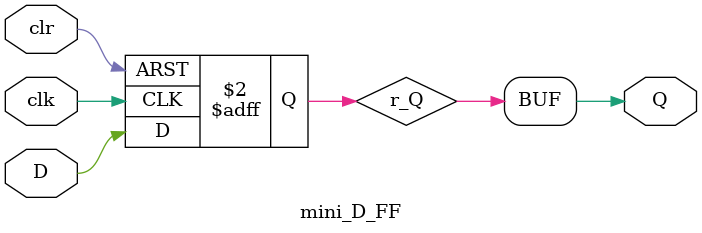
<source format=v>
module module_32_D_FF (
    input i_clr,
    //input i_CE,
    input [31:0] i_D,
	 input i_clk,
	 output [31:0] o_Q
);
wire [31:0] w_Q;
genvar             m;
  generate 
      for (m=0; m<=31; m=m+1) 
      begin : D_FF
          mini_D_FF blk( 
              .clr (i_clr),
              //.CE (i_CE),
				  .D (i_D[m]),
				  .clk (i_clk),
			     .Q (w_Q[m])	  
              );
      end
  endgenerate
assign o_Q = w_Q;
endmodule

module mini_D_FF (
    input clr,
    //input CE,
    input D,
	 input clk,
	 output Q
);
reg r_Q;
always @(posedge clk or posedge clr)
begin
    if (clr) r_Q = 0;
	 else
	 begin
	     if (clk) r_Q = D;
		  else r_Q = r_Q;
    end	
end
assign Q = r_Q;
endmodule

</source>
